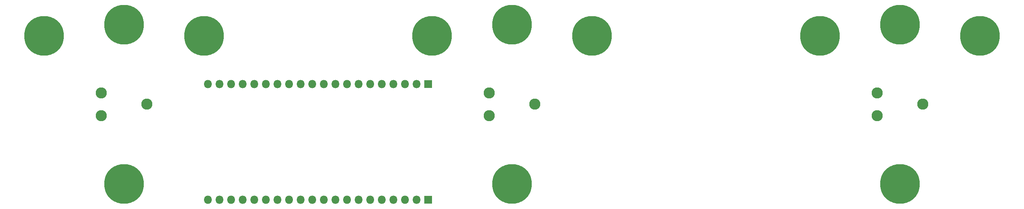
<source format=gbr>
G04 #@! TF.GenerationSoftware,KiCad,Pcbnew,(5.1.6)-1*
G04 #@! TF.CreationDate,2020-09-05T20:44:27+02:00*
G04 #@! TF.ProjectId,netmeter_base,6e65746d-6574-4657-925f-626173652e6b,rev?*
G04 #@! TF.SameCoordinates,Original*
G04 #@! TF.FileFunction,Soldermask,Bot*
G04 #@! TF.FilePolarity,Negative*
%FSLAX46Y46*%
G04 Gerber Fmt 4.6, Leading zero omitted, Abs format (unit mm)*
G04 Created by KiCad (PCBNEW (5.1.6)-1) date 2020-09-05 20:44:27*
%MOMM*%
%LPD*%
G01*
G04 APERTURE LIST*
%ADD10C,8.700000*%
%ADD11C,1.000000*%
%ADD12O,1.800000X1.800000*%
%ADD13R,1.800000X1.800000*%
%ADD14C,2.440000*%
G04 APERTURE END LIST*
D10*
X40000000Y-60000000D03*
D11*
X43225000Y-60000000D03*
X42280419Y-62280419D03*
X40000000Y-63225000D03*
X37719581Y-62280419D03*
X36775000Y-60000000D03*
X37719581Y-57719581D03*
X40000000Y-56775000D03*
X42280419Y-57719581D03*
X77280419Y-57719581D03*
X75000000Y-56775000D03*
X72719581Y-57719581D03*
X71775000Y-60000000D03*
X72719581Y-62280419D03*
X75000000Y-63225000D03*
X77280419Y-62280419D03*
X78225000Y-60000000D03*
D10*
X75000000Y-60000000D03*
D11*
X127280419Y-57719581D03*
X125000000Y-56775000D03*
X122719581Y-57719581D03*
X121775000Y-60000000D03*
X122719581Y-62280419D03*
X125000000Y-63225000D03*
X127280419Y-62280419D03*
X128225000Y-60000000D03*
D10*
X125000000Y-60000000D03*
D11*
X162280419Y-57719581D03*
X160000000Y-56775000D03*
X157719581Y-57719581D03*
X156775000Y-60000000D03*
X157719581Y-62280419D03*
X160000000Y-63225000D03*
X162280419Y-62280419D03*
X163225000Y-60000000D03*
D10*
X160000000Y-60000000D03*
X210000000Y-60000000D03*
D11*
X213225000Y-60000000D03*
X212280419Y-62280419D03*
X210000000Y-63225000D03*
X207719581Y-62280419D03*
X206775000Y-60000000D03*
X207719581Y-57719581D03*
X210000000Y-56775000D03*
X212280419Y-57719581D03*
D10*
X245000000Y-60000000D03*
D11*
X248225000Y-60000000D03*
X247280419Y-62280419D03*
X245000000Y-63225000D03*
X242719581Y-62280419D03*
X241775000Y-60000000D03*
X242719581Y-57719581D03*
X245000000Y-56775000D03*
X247280419Y-57719581D03*
D12*
X75865000Y-70600000D03*
X78405000Y-70600000D03*
X80945000Y-70600000D03*
X83485000Y-70600000D03*
X86025000Y-70600000D03*
X88565000Y-70600000D03*
X91105000Y-70600000D03*
X93645000Y-70600000D03*
X96185000Y-70600000D03*
X98725000Y-70600000D03*
X101265000Y-70600000D03*
X103805000Y-70600000D03*
X106345000Y-70600000D03*
X108885000Y-70600000D03*
X111425000Y-70600000D03*
X113965000Y-70600000D03*
X116505000Y-70600000D03*
X119045000Y-70600000D03*
X121585000Y-70600000D03*
D13*
X124125000Y-70600000D03*
X124125000Y-96000000D03*
D12*
X121585000Y-96000000D03*
X119045000Y-96000000D03*
X116505000Y-96000000D03*
X113965000Y-96000000D03*
X111425000Y-96000000D03*
X108885000Y-96000000D03*
X106345000Y-96000000D03*
X103805000Y-96000000D03*
X101265000Y-96000000D03*
X98725000Y-96000000D03*
X96185000Y-96000000D03*
X93645000Y-96000000D03*
X91105000Y-96000000D03*
X88565000Y-96000000D03*
X86025000Y-96000000D03*
X83485000Y-96000000D03*
X80945000Y-96000000D03*
X78405000Y-96000000D03*
X75865000Y-96000000D03*
D10*
X57500000Y-57500000D03*
D11*
X60725000Y-57500000D03*
X59780419Y-59780419D03*
X57500000Y-60725000D03*
X55219581Y-59780419D03*
X54275000Y-57500000D03*
X55219581Y-55219581D03*
X57500000Y-54275000D03*
X59780419Y-55219581D03*
X59780419Y-90219581D03*
X57500000Y-89275000D03*
X55219581Y-90219581D03*
X54275000Y-92500000D03*
X55219581Y-94780419D03*
X57500000Y-95725000D03*
X59780419Y-94780419D03*
X60725000Y-92500000D03*
D10*
X57500000Y-92500000D03*
D11*
X144780419Y-55219581D03*
X142500000Y-54275000D03*
X140219581Y-55219581D03*
X139275000Y-57500000D03*
X140219581Y-59780419D03*
X142500000Y-60725000D03*
X144780419Y-59780419D03*
X145725000Y-57500000D03*
D10*
X142500000Y-57500000D03*
D11*
X144780419Y-90219581D03*
X142500000Y-89275000D03*
X140219581Y-90219581D03*
X139275000Y-92500000D03*
X140219581Y-94780419D03*
X142500000Y-95725000D03*
X144780419Y-94780419D03*
X145725000Y-92500000D03*
D10*
X142500000Y-92500000D03*
X227500000Y-57500000D03*
D11*
X230725000Y-57500000D03*
X229780419Y-59780419D03*
X227500000Y-60725000D03*
X225219581Y-59780419D03*
X224275000Y-57500000D03*
X225219581Y-55219581D03*
X227500000Y-54275000D03*
X229780419Y-55219581D03*
X229780419Y-90219581D03*
X227500000Y-89275000D03*
X225219581Y-90219581D03*
X224275000Y-92500000D03*
X225219581Y-94780419D03*
X227500000Y-95725000D03*
X229780419Y-94780419D03*
X230725000Y-92500000D03*
D10*
X227500000Y-92500000D03*
D14*
X52500000Y-77500000D03*
X62500000Y-75000000D03*
X52500000Y-72500000D03*
X137500000Y-72500000D03*
X147500000Y-75000000D03*
X137500000Y-77500000D03*
X222500000Y-77500000D03*
X232500000Y-75000000D03*
X222500000Y-72500000D03*
M02*

</source>
